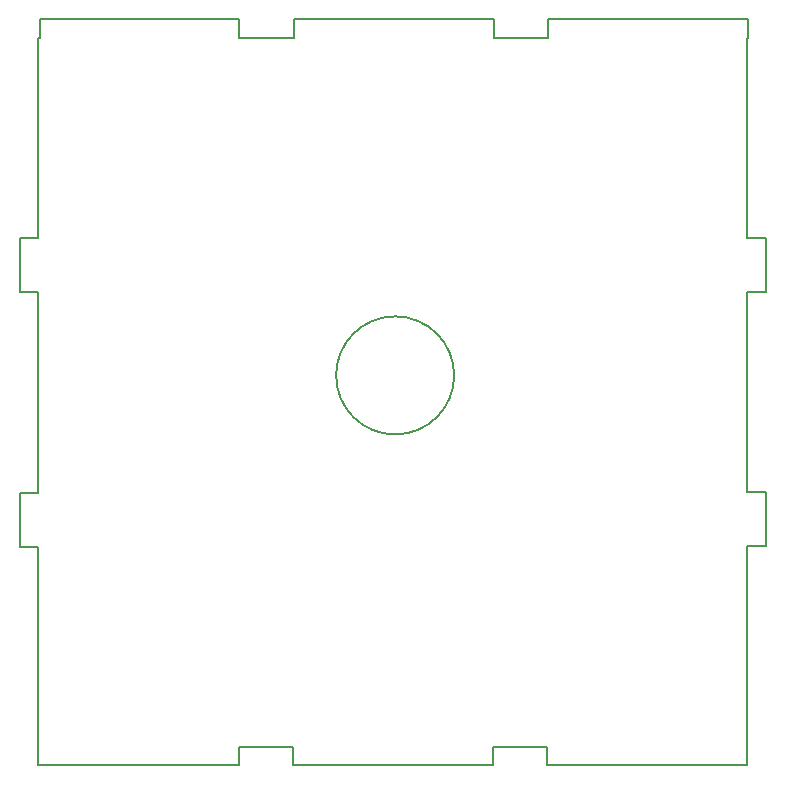
<source format=gbr>
G04 #@! TF.GenerationSoftware,KiCad,Pcbnew,(5.1.2-1)-1*
G04 #@! TF.CreationDate,2019-05-14T22:09:28-07:00*
G04 #@! TF.ProjectId,dice,64696365-2e6b-4696-9361-645f70636258,rev?*
G04 #@! TF.SameCoordinates,Original*
G04 #@! TF.FileFunction,Profile,NP*
%FSLAX46Y46*%
G04 Gerber Fmt 4.6, Leading zero omitted, Abs format (unit mm)*
G04 Created by KiCad (PCBNEW (5.1.2-1)-1) date 2019-05-14 22:09:28*
%MOMM*%
%LPD*%
G04 APERTURE LIST*
%ADD10C,0.200000*%
G04 APERTURE END LIST*
D10*
X53540230Y-98151729D02*
X70471017Y-98151729D01*
X91920787Y-159720001D02*
X96520000Y-159720001D01*
X53449815Y-142781729D02*
X51879815Y-142781729D01*
X51879815Y-138212729D02*
X51879815Y-142781729D01*
X96520000Y-159720001D02*
X96520000Y-161290000D01*
X53449815Y-138212729D02*
X51879815Y-138212729D01*
X53449815Y-121251729D02*
X53449815Y-138212729D01*
X53449815Y-116682729D02*
X51879815Y-116682729D01*
X113449815Y-142760729D02*
X113449815Y-159720001D01*
X115019815Y-138191729D02*
X113449815Y-138191729D01*
X115019815Y-116661729D02*
X115019815Y-121230729D01*
X115019815Y-116661729D02*
X113449815Y-116661729D01*
X96600230Y-98151729D02*
X113531017Y-98151729D01*
X92001017Y-99721729D02*
X96600230Y-99721729D01*
X92001017Y-98151729D02*
X92001017Y-99721729D01*
X75070230Y-98151729D02*
X92001017Y-98151729D01*
X75070230Y-98151729D02*
X75070230Y-99721729D01*
X53449815Y-121251729D02*
X51879815Y-121251729D01*
X51879815Y-116682729D02*
X51879815Y-121251729D01*
X53540230Y-98151729D02*
X53540230Y-99721729D01*
X115019815Y-138191729D02*
X115019815Y-142760729D01*
X113449815Y-159720001D02*
X113450787Y-159720001D01*
X88649504Y-128294257D02*
G75*
G03X88649504Y-128294257I-4999016J0D01*
G01*
X53449815Y-142781729D02*
X53449815Y-161290000D01*
X115019815Y-142760729D02*
X113449815Y-142760729D01*
X113449815Y-99721729D02*
X113449815Y-116661729D01*
X70471017Y-98151729D02*
X70471017Y-99721729D01*
X74990000Y-161290000D02*
X91920787Y-161290000D01*
X96600230Y-98151729D02*
X96600230Y-99721729D01*
X113449815Y-121230729D02*
X113449815Y-138191729D01*
X74990000Y-159720001D02*
X74990000Y-161290000D01*
X53449815Y-99721729D02*
X53449815Y-116682729D01*
X115019815Y-121230729D02*
X113449815Y-121230729D01*
X113531017Y-98151729D02*
X113531017Y-99721729D01*
X113450787Y-159720001D02*
X113450787Y-161290000D01*
X53449815Y-99721729D02*
X53540230Y-99721729D01*
X53449815Y-161290000D02*
X70390787Y-161290000D01*
X91920787Y-159720001D02*
X91920787Y-161290000D01*
X70471017Y-99721729D02*
X75070230Y-99721729D01*
X70390787Y-159720001D02*
X70390787Y-161290000D01*
X70390787Y-159720001D02*
X74990000Y-159720001D01*
X113449815Y-99721729D02*
X113531017Y-99721729D01*
X96520000Y-161290000D02*
X113450787Y-161290000D01*
M02*

</source>
